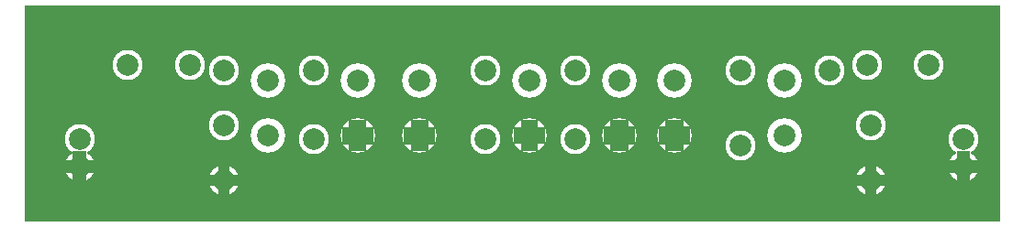
<source format=gbr>
%FSLAX34Y34*%
%MOMM*%
%LNCOPPER_TOP*%
G71*
G01*
%ADD10C,2.800*%
%ADD11C,3.200*%
%ADD12C,1.013*%
%ADD13C,1.200*%
%ADD14C,0.667*%
%ADD15C,1.713*%
%ADD16C,1.627*%
%ADD17C,1.487*%
%ADD18C,1.240*%
%ADD19C,2.000*%
%LPD*%
G36*
X0Y200000D02*
X900000Y200000D01*
X900000Y0D01*
X0Y0D01*
X0Y200000D01*
G37*
%LPC*%
X266700Y139800D02*
G54D10*
D03*
X266700Y76300D02*
G54D10*
D03*
X307458Y79562D02*
G54D11*
D03*
X307346Y130542D02*
G54D11*
D03*
X425450Y139800D02*
G54D10*
D03*
X425450Y76300D02*
G54D10*
D03*
X466208Y79562D02*
G54D11*
D03*
X466096Y130542D02*
G54D11*
D03*
X508000Y139800D02*
G54D10*
D03*
X548758Y79561D02*
G54D11*
D03*
X548646Y130542D02*
G54D11*
D03*
X660400Y139800D02*
G54D10*
D03*
X660400Y69950D02*
G54D10*
D03*
X701158Y79562D02*
G54D11*
D03*
X701046Y130542D02*
G54D11*
D03*
X224908Y79562D02*
G54D11*
D03*
X224796Y130542D02*
G54D11*
D03*
X184150Y38200D02*
G54D10*
D03*
X184150Y139800D02*
G54D10*
D03*
X184150Y38200D02*
G54D10*
D03*
X184150Y38200D02*
G54D10*
D03*
X184150Y89000D02*
G54D10*
D03*
X742950Y139800D02*
G54D10*
D03*
X50800Y50900D02*
G54D10*
D03*
X50800Y76300D02*
G54D10*
D03*
X307458Y79562D02*
G54D10*
D03*
X307458Y79562D02*
G54D10*
D03*
X548758Y79561D02*
G54D10*
D03*
X307458Y79562D02*
G54D10*
D03*
X466208Y79562D02*
G54D10*
D03*
X364608Y79562D02*
G54D11*
D03*
X364496Y130542D02*
G54D11*
D03*
X364608Y79562D02*
G54D10*
D03*
X364608Y79562D02*
G54D10*
D03*
X364608Y79561D02*
G54D10*
D03*
X364608Y79561D02*
G54D10*
D03*
X599558Y79561D02*
G54D11*
D03*
X599446Y130542D02*
G54D11*
D03*
X599558Y79561D02*
G54D10*
D03*
X599558Y79561D02*
G54D10*
D03*
X508000Y76300D02*
G54D10*
D03*
X152400Y145100D02*
G54D10*
D03*
X95250Y145100D02*
G54D10*
D03*
X866416Y50900D02*
G54D10*
D03*
X866416Y76300D02*
G54D10*
D03*
X777516Y145100D02*
G54D10*
D03*
X834666Y145100D02*
G54D10*
D03*
X781050Y38200D02*
G54D10*
D03*
X781050Y38200D02*
G54D10*
D03*
X781050Y38200D02*
G54D10*
D03*
X781050Y89000D02*
G54D10*
D03*
%LPD*%
G54D12*
G36*
X179083Y38200D02*
X179083Y52700D01*
X189217Y52700D01*
X189217Y38200D01*
X179083Y38200D01*
G37*
G36*
X184150Y43267D02*
X198650Y43267D01*
X198650Y33133D01*
X184150Y33133D01*
X184150Y43267D01*
G37*
G36*
X189217Y38200D02*
X189217Y23700D01*
X179083Y23700D01*
X179083Y38200D01*
X189217Y38200D01*
G37*
G36*
X184150Y33133D02*
X169650Y33133D01*
X169650Y43267D01*
X184150Y43267D01*
X184150Y33133D01*
G37*
G54D13*
G36*
X44800Y50900D02*
X44800Y65400D01*
X56800Y65400D01*
X56800Y50900D01*
X44800Y50900D01*
G37*
G36*
X50800Y56900D02*
X65300Y56900D01*
X65300Y44900D01*
X50800Y44900D01*
X50800Y56900D01*
G37*
G36*
X56800Y50900D02*
X56800Y36400D01*
X44800Y36400D01*
X44800Y50900D01*
X56800Y50900D01*
G37*
G36*
X50800Y44900D02*
X36300Y44900D01*
X36300Y56900D01*
X50800Y56900D01*
X50800Y44900D01*
G37*
G54D14*
G36*
X304125Y79562D02*
X304125Y94062D01*
X310792Y94062D01*
X310792Y79562D01*
X304125Y79562D01*
G37*
G36*
X307458Y82895D02*
X321958Y82895D01*
X321958Y76228D01*
X307458Y76228D01*
X307458Y82895D01*
G37*
G36*
X310792Y79562D02*
X310792Y65062D01*
X304125Y65062D01*
X304125Y79562D01*
X310792Y79562D01*
G37*
G36*
X307458Y76228D02*
X292958Y76228D01*
X292958Y82895D01*
X307458Y82895D01*
X307458Y76228D01*
G37*
G54D15*
G36*
X540192Y79561D02*
X540192Y94061D01*
X557325Y94061D01*
X557325Y79561D01*
X540192Y79561D01*
G37*
G36*
X548758Y88128D02*
X563258Y88128D01*
X563258Y70995D01*
X548758Y70995D01*
X548758Y88128D01*
G37*
G36*
X557325Y79561D02*
X557325Y65061D01*
X540192Y65061D01*
X540192Y79561D01*
X557325Y79561D01*
G37*
G36*
X548758Y70995D02*
X534258Y70995D01*
X534258Y88128D01*
X548758Y88128D01*
X548758Y70995D01*
G37*
G54D16*
G36*
X299325Y79562D02*
X299325Y94062D01*
X315592Y94062D01*
X315592Y79562D01*
X299325Y79562D01*
G37*
G36*
X307458Y87695D02*
X321958Y87695D01*
X321958Y71428D01*
X307458Y71428D01*
X307458Y87695D01*
G37*
G36*
X315592Y79562D02*
X315592Y65062D01*
X299325Y65062D01*
X299325Y79562D01*
X315592Y79562D01*
G37*
G36*
X307458Y71428D02*
X292958Y71428D01*
X292958Y87695D01*
X307458Y87695D01*
X307458Y71428D01*
G37*
G54D17*
G36*
X458775Y79562D02*
X458775Y94062D01*
X473642Y94062D01*
X473642Y79562D01*
X458775Y79562D01*
G37*
G36*
X466208Y86995D02*
X480708Y86995D01*
X480708Y72128D01*
X466208Y72128D01*
X466208Y86995D01*
G37*
G36*
X473642Y79562D02*
X473642Y65062D01*
X458775Y65062D01*
X458775Y79562D01*
X473642Y79562D01*
G37*
G36*
X466208Y72128D02*
X451708Y72128D01*
X451708Y86995D01*
X466208Y86995D01*
X466208Y72128D01*
G37*
G54D12*
G36*
X359542Y79562D02*
X359542Y94062D01*
X369675Y94062D01*
X369675Y79562D01*
X359542Y79562D01*
G37*
G36*
X364608Y84628D02*
X379108Y84628D01*
X379108Y74495D01*
X364608Y74495D01*
X364608Y84628D01*
G37*
G36*
X369675Y79562D02*
X369675Y65062D01*
X359542Y65062D01*
X359542Y79562D01*
X369675Y79562D01*
G37*
G36*
X364608Y74495D02*
X350108Y74495D01*
X350108Y84628D01*
X364608Y84628D01*
X364608Y74495D01*
G37*
G54D14*
G36*
X361275Y79561D02*
X361275Y94061D01*
X367941Y94061D01*
X367941Y79561D01*
X361275Y79561D01*
G37*
G36*
X364608Y82894D02*
X379108Y82894D01*
X379108Y76228D01*
X364608Y76228D01*
X364608Y82894D01*
G37*
G36*
X367941Y79561D02*
X367941Y65061D01*
X361275Y65061D01*
X361275Y79561D01*
X367941Y79561D01*
G37*
G36*
X364608Y76228D02*
X350108Y76228D01*
X350108Y82894D01*
X364608Y82894D01*
X364608Y76228D01*
G37*
G54D16*
G36*
X356475Y79561D02*
X356475Y94061D01*
X372741Y94061D01*
X372741Y79561D01*
X356475Y79561D01*
G37*
G36*
X364608Y87694D02*
X379108Y87694D01*
X379108Y71428D01*
X364608Y71428D01*
X364608Y87694D01*
G37*
G36*
X372741Y79561D02*
X372741Y65061D01*
X356475Y65061D01*
X356475Y79561D01*
X372741Y79561D01*
G37*
G36*
X364608Y71428D02*
X350108Y71428D01*
X350108Y87694D01*
X364608Y87694D01*
X364608Y71428D01*
G37*
G54D12*
G36*
X594492Y79561D02*
X594492Y94061D01*
X604625Y94061D01*
X604625Y79561D01*
X594492Y79561D01*
G37*
G36*
X599558Y84628D02*
X614058Y84628D01*
X614058Y74495D01*
X599558Y74495D01*
X599558Y84628D01*
G37*
G36*
X604625Y79561D02*
X604625Y65061D01*
X594492Y65061D01*
X594492Y79561D01*
X604625Y79561D01*
G37*
G36*
X599558Y74495D02*
X585058Y74495D01*
X585058Y84628D01*
X599558Y84628D01*
X599558Y74495D01*
G37*
G54D15*
G36*
X590991Y79561D02*
X590991Y94061D01*
X608125Y94061D01*
X608125Y79561D01*
X590991Y79561D01*
G37*
G36*
X599558Y88128D02*
X614058Y88128D01*
X614058Y70994D01*
X599558Y70994D01*
X599558Y88128D01*
G37*
G36*
X608125Y79561D02*
X608125Y65061D01*
X590991Y65061D01*
X590991Y79561D01*
X608125Y79561D01*
G37*
G36*
X599558Y70994D02*
X585058Y70994D01*
X585058Y88128D01*
X599558Y88128D01*
X599558Y70994D01*
G37*
G54D18*
G36*
X872616Y50900D02*
X872616Y36400D01*
X860216Y36400D01*
X860216Y50900D01*
X872616Y50900D01*
G37*
G36*
X866416Y44700D02*
X851916Y44700D01*
X851916Y57100D01*
X866416Y57100D01*
X866416Y44700D01*
G37*
G36*
X860216Y50900D02*
X860216Y65400D01*
X872616Y65400D01*
X872616Y50900D01*
X860216Y50900D01*
G37*
G36*
X866416Y57100D02*
X880916Y57100D01*
X880916Y44700D01*
X866416Y44700D01*
X866416Y57100D01*
G37*
G54D12*
G36*
X775983Y38200D02*
X775983Y52700D01*
X786117Y52700D01*
X786117Y38200D01*
X775983Y38200D01*
G37*
G36*
X781050Y43267D02*
X795550Y43267D01*
X795550Y33133D01*
X781050Y33133D01*
X781050Y43267D01*
G37*
G36*
X786117Y38200D02*
X786117Y23700D01*
X775983Y23700D01*
X775983Y38200D01*
X786117Y38200D01*
G37*
G36*
X781050Y33133D02*
X766550Y33133D01*
X766550Y43267D01*
X781050Y43267D01*
X781050Y33133D01*
G37*
X266700Y139800D02*
G54D19*
D03*
X266700Y76300D02*
G54D19*
D03*
X307458Y79562D02*
G54D19*
D03*
X307346Y130542D02*
G54D19*
D03*
X425450Y139800D02*
G54D19*
D03*
X425450Y76300D02*
G54D19*
D03*
X466208Y79562D02*
G54D19*
D03*
X466096Y130542D02*
G54D19*
D03*
X508000Y139800D02*
G54D19*
D03*
X548758Y79561D02*
G54D19*
D03*
X548646Y130542D02*
G54D19*
D03*
X660400Y139800D02*
G54D19*
D03*
X660400Y69950D02*
G54D19*
D03*
X701158Y79562D02*
G54D19*
D03*
X701046Y130542D02*
G54D19*
D03*
X224908Y79562D02*
G54D19*
D03*
X224796Y130542D02*
G54D19*
D03*
X184150Y38200D02*
G54D19*
D03*
X184150Y139800D02*
G54D19*
D03*
X184150Y38200D02*
G54D19*
D03*
X184150Y38200D02*
G54D19*
D03*
X184150Y89000D02*
G54D19*
D03*
X742950Y139800D02*
G54D19*
D03*
X50800Y50900D02*
G54D19*
D03*
X50800Y76300D02*
G54D19*
D03*
X307458Y79562D02*
G54D19*
D03*
X307458Y79562D02*
G54D19*
D03*
X548758Y79561D02*
G54D19*
D03*
X307458Y79562D02*
G54D19*
D03*
X466208Y79562D02*
G54D19*
D03*
X364608Y79562D02*
G54D19*
D03*
X364496Y130542D02*
G54D19*
D03*
X364608Y79562D02*
G54D19*
D03*
X364608Y79562D02*
G54D19*
D03*
X364608Y79561D02*
G54D19*
D03*
X364608Y79561D02*
G54D19*
D03*
X599558Y79561D02*
G54D19*
D03*
X599446Y130542D02*
G54D19*
D03*
X599558Y79561D02*
G54D19*
D03*
X599558Y79561D02*
G54D19*
D03*
X508000Y76300D02*
G54D19*
D03*
X152400Y145100D02*
G54D19*
D03*
X95250Y145100D02*
G54D19*
D03*
X866416Y50900D02*
G54D19*
D03*
X866416Y76300D02*
G54D19*
D03*
X777516Y145100D02*
G54D19*
D03*
X834666Y145100D02*
G54D19*
D03*
X781050Y38200D02*
G54D19*
D03*
X781050Y38200D02*
G54D19*
D03*
X781050Y38200D02*
G54D19*
D03*
X781050Y89000D02*
G54D19*
D03*
M02*

</source>
